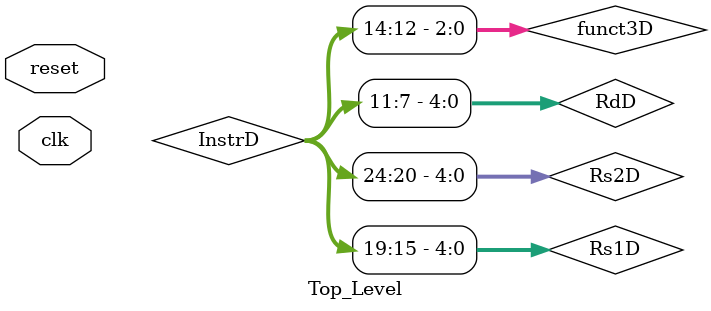
<source format=v>
`timescale 1ns / 1ps


module Top_Level(
    input wire clk,             
    input wire reset            
);

    // IF Stage Signals
    wire [31:0] PCF, InstrF, PCPlus4F;
    wire StallF;

    // ID Stage Signals
    wire [31:0] PCD, InstrD, PCPlus4D, ImmExtD, RD1D, RD2D;
    wire StallD, FlushD;
    wire [4:0] Rs1D, Rs2D, RdD;
    wire RegWriteD, MemWriteD, ALUSrcD, BranchD, JumpD;
    wire [3:0] ALUControlD;
    wire [1:0] ResultSrcD;
    wire [2:0] ImmSrcD;
    wire isJalrD;
    wire [1:0] MemSizeD;

    // EX Stage Signals
    wire [31:0] PCE, PCPlus4E, RD1E, RD2E, ImmExtE, PCTargetE, ALUResultE, WriteDataE;
    wire [4:0] Rs1E, Rs2E, RdE;
    wire RegWriteE, MemWriteE, ALUSrcE, BranchE, JumpE, ZeroE, PCSrcE;
    wire [3:0] ALUControlE;
    wire [1:0] ResultSrcE, ForwardAE, ForwardBE;
    wire FlushE;
    wire isJalrE;
    wire [1:0] MemSizeE;

    // MEM Stage Signals
    wire [31:0] PCPlus4M, ALUResultM, WriteDataM, ReadDataM;
    wire [4:0] RdM;
    wire RegWriteM, MemWriteM;
    wire [1:0] ResultSrcM;
    wire [1:0] MemSizeM;
    wire [2:0] funct3M;

    // WB Stage Signals
    wire [31:0] PCPlus4W, ALUResultW, ReadDataW, ResultW;
    wire [4:0] RdW;
    wire RegWriteW;
    wire [1:0] ResultSrcW;
    wire [31:0] ImmExtM, ImmExtW;

    wire UsePCEforA_D, UsePCEforA_E;
    wire [2:0] funct3D, funct3E;
    assign funct3D = InstrD[14:12];
    wire branch_taken;
    
    // IF Stage
    IF_Stage if_stage (
        .clk(clk),
        .reset(reset),
        .StallF(StallF),
        .PCSrcE(PCSrcE),
        .PCTargetE(PCTargetE),
        .InstrF(InstrF),
        .PCF(PCF),
        .PCPlus4F(PCPlus4F)
    );

    // IF/ID Pipeline Register
    IF_ID_Pipeline_Reg if_id_reg (
        .clk(clk),
        .reset(reset),
        .FlushD(FlushD),
        .StallD(StallD),
        .PCF(PCF),
        .InstrF(InstrF),
        .PCPlus4F(PCPlus4F),
        .PCD(PCD),
        .InstrD(InstrD),
        .PCPlus4D(PCPlus4D)
    );

    // Control Unit
 ControlUnit control_unit (
        .InstrD(InstrD),
        .RegWriteD(RegWriteD),
        .MemWriteD(MemWriteD),
        .ResultSrcD(ResultSrcD),
        .ALUControlD(ALUControlD),
        .UsePCEforA(UsePCEforA_D),
        .ALUSrcD(ALUSrcD),
        .BranchD(BranchD),
        .JumpD(JumpD),
        .isJalr(isJalrD),
        .ImmSrcD(ImmSrcD),
        .MemSizeD(MemSizeD)
    );
    // Extract register addresses
    assign Rs1D = InstrD[19:15];
    assign Rs2D = InstrD[24:20];
    assign RdD  = InstrD[11:7];

    // Extend Unit
    Extend_Unit extend_unit (
        .InstrD(InstrD),
        .ImmSrc(ImmSrcD),
        .ImmExtD(ImmExtD)
    );

    // Register File
    Register_File reg_file (
        .clk(clk),
        .reset(reset),
        .RegWriteW(RegWriteW),
        .rs1(Rs1D),
        .rs2(Rs2D),
        .rd(RdW),
        .ResultW(ResultW),
        .RD1(RD1D),
        .RD2(RD2D)
    );

    // Hazard Unit
    Hazard_Unit hazard_unit (
        .Rs1D(Rs1D),
        .Rs2D(Rs2D),
        .Rs1E(Rs1E),
        .Rs2E(Rs2E),
        .RdE(RdE),
        .RdM(RdM),
        .RdW(RdW),
        .RegWriteM(RegWriteM),
        .RegWriteW(RegWriteW),
        .RegWriteE(RegWriteE),
        .ResultSrcE(ResultSrcE),
        .PCSrcE(PCSrcE),
        .StallF(StallF),
        .StallD(StallD),
        .FlushD(FlushD),
        .FlushE(FlushE),
        .ForwardAE(ForwardAE),
        .ForwardBE(ForwardBE)
    );

    // ID/EX Pipeline Register - FIXED: Added missing connections
    ID_EX_Pipeline_Reg id_ex_pipeline (
        .clk(clk),
        .reset(reset),
        .FlushE(FlushE),          
        .RD1(RD1D),
        .RD2(RD2D),
        .PCD(PCD),
        .isJalrD(isJalrD),
        .isJalrE(isJalrE),
        .funct3D(funct3D),
        .funct3E(funct3E),
        .ImmExtD(ImmExtD),
        .PCPlus4D(PCPlus4D),
        .UsePCEforA_D(UsePCEforA_D),
        .UsePCEforA_E(UsePCEforA_E),
        .Rs1D(Rs1D),
        .Rs2D(Rs2D),
        .RdD(RdD),
        .ALUControlD(ALUControlD),
        .ALUSrcD(ALUSrcD),
        .MemWriteD(MemWriteD),
        .RegWriteD(RegWriteD),
        .ResultSrcD(ResultSrcD),
        .BranchD(BranchD),
        .JumpD(JumpD),
        .InstrD(InstrD),
        .MemSizeD(MemSizeD),
        .RD1E(RD1E),
        .RD2E(RD2E),
        .PCE(PCE),
        .ImmExtE(ImmExtE),
        .PCPlus4E(PCPlus4E),
        .Rs1E(Rs1E),
        .Rs2E(Rs2E),
        .RdE(RdE),
        .ALUControlE(ALUControlE),
        .ALUSrcE(ALUSrcE),
        .MemWriteE(MemWriteE),
        .RegWriteE(RegWriteE),
        .ResultSrcE(ResultSrcE),
        .BranchE(BranchE),
        .JumpE(JumpE),
        .MemSizeE(MemSizeE)
    );

    // EX Stage - FIXED: Added missing ResultSrcE connection
    EX_Stage ex_stage (
        .RD1E(RD1E),
        .RD2E(RD2E),
        .PCE(PCE),
        .isJalrE(isJalrE),
        .ImmExtE(ImmExtE),
        .ALUControlE(ALUControlE),
        .ALUSrcE(ALUSrcE),
        .ForwardAE(ForwardAE),
        .ForwardBE(ForwardBE),
        .funct3E(funct3E),
        .ResultSrcE(ResultSrcE), // FIXED: Added missing connection for LUI detection
        .ResultW(ResultW),
        .ALUResultM(ALUResultM),
        .ALUResultE(ALUResultE),
        .ZeroE(ZeroE),
        .PCTargetE(PCTargetE),
        .WriteDataE(WriteDataE),
        .UsePCEforA_E(UsePCEforA_E),
        .branch_taken(branch_taken)
    );

    assign PCSrcE = (BranchE & branch_taken) | JumpE;
 
    // EX/MEM Pipeline Register - FIXED
   EX_MEM_Pipeline_Reg ex_mem_pipeline_reg (
        .clk(clk),
        .reset(reset),
        .ALUResultE(ALUResultE),
        .WriteDataE(WriteDataE),
        .PCPlus4E(PCPlus4E),
        .RdE(RdE),
        .MemWriteE(MemWriteE),
        .RegWriteE(RegWriteE),
        .ResultSrcE(ResultSrcE),
        .ALUResultM(ALUResultM),
        .WriteDataM(WriteDataM),
        .PCPlus4M(PCPlus4M),
        .RdM(RdM),
        .MemWriteM(MemWriteM),
        .RegWriteM(RegWriteM),
        .ResultSrcM(ResultSrcM),
        .ImmExtE(ImmExtE),
        .ImmExtM(ImmExtM),
        .MemSizeE(MemSizeE),
        .MemSizeM(MemSizeM),
        .funct3E(funct3E),
        .funct3M(funct3M)
    );
    // MEM Stage
     MemoryStage memory_stage (
        .clk(clk),
        .MemWriteM(MemWriteM),
        .ALUResultM(ALUResultM),
        .WriteDataM(WriteDataM),
        .MemSizeM(MemSizeM),
        .funct3M(funct3M),
        .ReadDataM(ReadDataM)
    );
    // MEM/WB Pipeline Register
    MEM_WB_Pipeline memwb_pipeline (
        .clk(clk),
        .reset(reset),
        .RegWriteM(RegWriteM),
        .ResultSrcM(ResultSrcM),
        .ReadDataM(ReadDataM),
        .ALUResultM(ALUResultM),
        .PCPlus4M(PCPlus4M),
        .RdM(RdM),
        .RegWriteW(RegWriteW),
        .ResultSrcW(ResultSrcW),
        .ReadDataW(ReadDataW),
        .ALUResultW(ALUResultW),
        .PCPlus4W(PCPlus4W),
        .RdW(RdW),
        .ImmExtM(ImmExtM),
        .ImmExtW(ImmExtW)
    );

    // WB Stage
    WBStage wb_stage (
        .ResultSrcW(ResultSrcW),
        .ReadDataW(ReadDataW),
        .ALUResultW(ALUResultW),
        .PCPlus4W(PCPlus4W),
        .ResultW(ResultW),
        .ImmExtW(ImmExtW)
    );

endmodule

</source>
